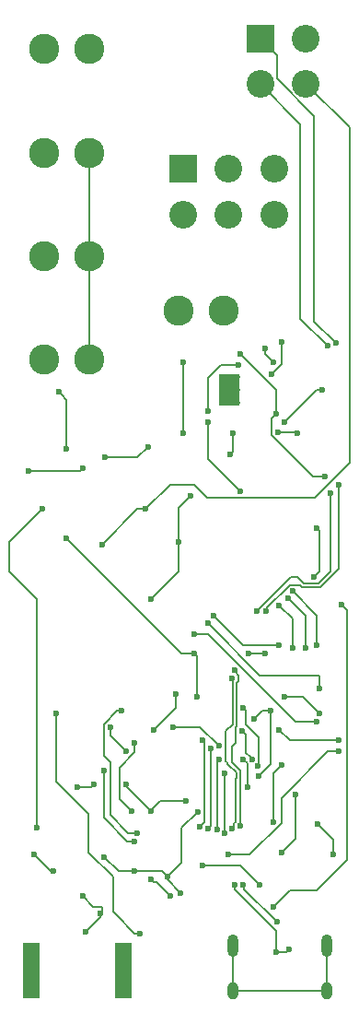
<source format=gbr>
%TF.GenerationSoftware,KiCad,Pcbnew,9.0.1*%
%TF.CreationDate,2025-07-21T15:53:40-04:00*%
%TF.ProjectId,wrangler,7772616e-676c-4657-922e-6b696361645f,rev?*%
%TF.SameCoordinates,Original*%
%TF.FileFunction,Copper,L2,Bot*%
%TF.FilePolarity,Positive*%
%FSLAX46Y46*%
G04 Gerber Fmt 4.6, Leading zero omitted, Abs format (unit mm)*
G04 Created by KiCad (PCBNEW 9.0.1) date 2025-07-21 15:53:40*
%MOMM*%
%LPD*%
G01*
G04 APERTURE LIST*
%TA.AperFunction,ComponentPad*%
%ADD10C,2.775000*%
%TD*%
%TA.AperFunction,HeatsinkPad*%
%ADD11O,1.000000X2.100000*%
%TD*%
%TA.AperFunction,HeatsinkPad*%
%ADD12O,1.000000X1.600000*%
%TD*%
%TA.AperFunction,ComponentPad*%
%ADD13R,2.550000X2.550000*%
%TD*%
%TA.AperFunction,ComponentPad*%
%ADD14C,2.550000*%
%TD*%
%TA.AperFunction,HeatsinkPad*%
%ADD15C,0.500000*%
%TD*%
%TA.AperFunction,HeatsinkPad*%
%ADD16R,1.900000X2.900000*%
%TD*%
%TA.AperFunction,SMDPad,CuDef*%
%ADD17R,1.500000X5.080000*%
%TD*%
%TA.AperFunction,ViaPad*%
%ADD18C,0.600000*%
%TD*%
%TA.AperFunction,Conductor*%
%ADD19C,0.200000*%
%TD*%
G04 APERTURE END LIST*
D10*
%TO.P,J-LED1,1,1*%
%TO.N,GND*%
X186100000Y-62500000D03*
%TO.P,J-LED1,2,2*%
%TO.N,+5V*%
X181900000Y-62500000D03*
%TD*%
%TO.P,J-Trigger1,1,1*%
%TO.N,GND*%
X186100000Y-81500000D03*
%TO.P,J-Trigger1,2,2*%
%TO.N,GPIO5*%
X181900000Y-81500000D03*
%TD*%
%TO.P,J-BattLED1,1,1*%
%TO.N,GND*%
X186100000Y-91000000D03*
%TO.P,J-BattLED1,2,2*%
%TO.N,+5V*%
X181900000Y-91000000D03*
%TD*%
D11*
%TO.P,J1,S1,SHIELD*%
%TO.N,GND*%
X199290000Y-144820000D03*
D12*
X199290000Y-149000000D03*
D11*
X207930000Y-144820000D03*
D12*
X207930000Y-149000000D03*
%TD*%
D13*
%TO.P,J-Joystick1,1,1*%
%TO.N,GPIO1*%
X194700000Y-73500000D03*
D14*
%TO.P,J-Joystick1,2,2*%
%TO.N,GPIO2*%
X194700000Y-77700000D03*
%TO.P,J-Joystick1,3,3*%
%TO.N,GPIO3*%
X198900000Y-73500000D03*
%TO.P,J-Joystick1,4,4*%
%TO.N,GPIO4*%
X198900000Y-77700000D03*
%TO.P,J-Joystick1,5,5*%
%TO.N,unconnected-(J-Joystick1-Pad5)*%
X203100000Y-73500000D03*
%TO.P,J-Joystick1,6,6*%
%TO.N,GND*%
X203100000Y-77700000D03*
%TD*%
D10*
%TO.P,J-18650,1,1*%
%TO.N,-V_Batt*%
X194250000Y-86500000D03*
%TO.P,J-18650,2,2*%
%TO.N,+V_Batt*%
X198450000Y-86500000D03*
%TD*%
D15*
%TO.P,U2,9,EPAD*%
%TO.N,GND*%
X198275000Y-92600000D03*
X198275000Y-93800000D03*
X198275000Y-95000000D03*
D16*
X198975000Y-93800000D03*
D15*
X199675000Y-92600000D03*
X199675000Y-93800000D03*
X199675000Y-95000000D03*
%TD*%
D13*
%TO.P,J-PowerSwitch1,1,1*%
%TO.N,HighSwitch*%
X201800000Y-61500000D03*
D14*
%TO.P,J-PowerSwitch1,2,2*%
%TO.N,LowSwitch*%
X201800000Y-65700000D03*
%TO.P,J-PowerSwitch1,3,3*%
%TO.N,unconnected-(J-PowerSwitch1-Pad3)*%
X206000000Y-61500000D03*
%TO.P,J-PowerSwitch1,4,4*%
%TO.N,+5.3V*%
X206000000Y-65700000D03*
%TD*%
D10*
%TO.P,J-Spare1,1,1*%
%TO.N,GND*%
X186100000Y-72000000D03*
%TO.P,J-Spare1,2,2*%
%TO.N,GPIO6*%
X181900000Y-72000000D03*
%TD*%
D17*
%TO.P,J2,2,Ext*%
%TO.N,GND*%
X189250000Y-147137500D03*
X180750000Y-147137500D03*
%TD*%
D18*
%TO.N,CE*%
X183000000Y-123500000D03*
X190750000Y-143750000D03*
%TO.N,HighSwitch*%
X208750000Y-89500000D03*
X209000000Y-102500000D03*
%TO.N,LowSwitch*%
X208000000Y-89750000D03*
X208300000Y-103250000D03*
%TO.N,HighSwitch*%
X202340904Y-114115544D03*
%TO.N,LowSwitch*%
X201500000Y-114115544D03*
%TO.N,+5V*%
X184000000Y-107450000D03*
X201650000Y-129250000D03*
X201250000Y-124000000D03*
X202750000Y-123250000D03*
X195750000Y-118000000D03*
X196000000Y-122000000D03*
X207250000Y-123500000D03*
X204050000Y-122000000D03*
X202250000Y-118000000D03*
X200750000Y-118000000D03*
%TO.N,Net-(U5-ANT)*%
X182750000Y-138000000D03*
X181000000Y-136500000D03*
%TO.N,+3.3V*%
X181250000Y-134000000D03*
X181750000Y-104750000D03*
X194500000Y-140000000D03*
%TO.N,Net-(D1-A)*%
X191750000Y-113000000D03*
%TO.N,GND*%
X196500000Y-137500000D03*
X192000000Y-125000000D03*
X208500000Y-136500000D03*
X180500000Y-101250000D03*
X207058997Y-133636461D03*
X187500000Y-100000000D03*
X185500000Y-101000000D03*
X206750000Y-111000000D03*
X209000000Y-126000000D03*
X207000000Y-106500000D03*
X191500000Y-99000000D03*
X203500000Y-125000000D03*
X194000000Y-121750000D03*
X189250000Y-147137500D03*
X186500000Y-130000000D03*
X180750000Y-147137500D03*
X185000000Y-130250000D03*
X201750000Y-139250000D03*
%TO.N,Vusb*%
X197000000Y-96750000D03*
X200000000Y-103100000D03*
X199750000Y-91500000D03*
X197000000Y-95750000D03*
X209250000Y-113500000D03*
X203000000Y-141250000D03*
%TO.N,VDD_PA*%
X190000000Y-132500000D03*
X190250000Y-126250000D03*
%TO.N,+3.3V*%
X190250000Y-138000000D03*
X187463235Y-136713235D03*
X193250000Y-138500000D03*
X196031700Y-132531700D03*
%TO.N,Net-(U4-XC1)*%
X191750000Y-132500000D03*
X189449998Y-130000000D03*
X194948952Y-131587217D03*
%TO.N,Net-(J2-In)*%
X185700735Y-143549265D03*
X187065000Y-141882042D03*
X185500000Y-140301000D03*
%TO.N,+5.3V*%
X187250000Y-108000000D03*
X191250000Y-104750000D03*
%TO.N,+5V*%
X184000000Y-99250000D03*
X183250000Y-94000000D03*
%TO.N,Net-(U3-XTAL1)*%
X203750000Y-136250000D03*
X205000000Y-131000000D03*
%TO.N,Net-(D1-A)*%
X195350000Y-103500000D03*
X194250000Y-107750000D03*
%TO.N,+V_Batt*%
X207750000Y-101750000D03*
X200000000Y-90500000D03*
X203250000Y-96000000D03*
%TO.N,-V_Batt*%
X194750000Y-91250000D03*
X194750000Y-97750000D03*
%TO.N,GPIO4*%
X204750000Y-112250000D03*
X207000000Y-117250000D03*
%TO.N,GPIO2*%
X203500000Y-113565544D03*
X204750000Y-117500000D03*
%TO.N,GPIO3*%
X204392228Y-112965544D03*
X206000000Y-117500000D03*
%TO.N,GPIO1*%
X203500000Y-117250000D03*
X197500000Y-114500000D03*
%TO.N,GPIO6*%
X207250000Y-121250000D03*
X197000000Y-115250000D03*
%TO.N,GPIO5*%
X207000000Y-124250000D03*
X195750000Y-116250000D03*
%TO.N,D-*%
X200250000Y-139250000D03*
X199450735Y-119549265D03*
X200000000Y-133850000D03*
X203315629Y-142680000D03*
%TO.N,D+*%
X203260000Y-145434669D03*
X199233736Y-134079879D03*
X199450007Y-139246120D03*
X204460000Y-145200735D03*
X199230425Y-120318334D03*
%TO.N,Net-(U4-ANT2)*%
X190265000Y-135264705D03*
X187400000Y-128783528D03*
X189500000Y-127000000D03*
X188000000Y-124750000D03*
%TO.N,Net-(U4-ANT1)*%
X190500000Y-134500000D03*
X189000000Y-123250000D03*
%TO.N,Net-(U2-~{STDBY})*%
X202250000Y-90000000D03*
X203000000Y-91250000D03*
%TO.N,Net-(U2-~{CHRG})*%
X202868050Y-92317816D03*
X203750000Y-89400000D03*
%TO.N,Net-(U4-IREF)*%
X191750000Y-138750000D03*
X193500000Y-140250000D03*
%TO.N,CE*%
X198850007Y-136500000D03*
X209000000Y-127000000D03*
%TO.N,Net-(U8-GND)*%
X205250000Y-97750000D03*
X203425735Y-97675735D03*
%TO.N,Net-(U8-CS)*%
X199000000Y-99750000D03*
X204000000Y-96750000D03*
X199250000Y-97750000D03*
X207500000Y-93750000D03*
%TO.N,Net-(U3-~{RESET})*%
X200600000Y-130250000D03*
X200250000Y-127750000D03*
%TO.N,Net-(U3-PB7)*%
X193750000Y-124750000D03*
X198000000Y-126500000D03*
%TO.N,CSN*%
X201600000Y-128361741D03*
X198536966Y-134519485D03*
X198500000Y-129000000D03*
X200251000Y-123000000D03*
%TO.N,IRQ*%
X203000000Y-133500000D03*
X203750000Y-128250000D03*
%TO.N,MOSI*%
X197034244Y-134057267D03*
X197232700Y-126750000D03*
%TO.N,SCK*%
X198001000Y-127750000D03*
X197829260Y-134146449D03*
X201086257Y-127748498D03*
X200100000Y-125080882D03*
%TO.N,MISO*%
X196250000Y-133899265D03*
X196500000Y-126000000D03*
%TD*%
D19*
%TO.N,CE*%
X186000000Y-132750000D02*
X183000000Y-129750000D01*
X190250000Y-143750000D02*
X188500000Y-142000000D01*
X188250000Y-138500000D02*
X186000000Y-136250000D01*
X190750000Y-143750000D02*
X190250000Y-143750000D01*
X186000000Y-136250000D02*
X186000000Y-132750000D01*
X188500000Y-142000000D02*
X188250000Y-141750000D01*
X183000000Y-129750000D02*
X183000000Y-123500000D01*
X188250000Y-141750000D02*
X188250000Y-138500000D01*
%TO.N,HighSwitch*%
X209000000Y-110246388D02*
X209000000Y-102500000D01*
X207344388Y-111902000D02*
X209000000Y-110246388D01*
X202340904Y-113879864D02*
X204521768Y-111699000D01*
X206750000Y-68608090D02*
X203326000Y-65184090D01*
X202340904Y-114115544D02*
X202340904Y-113879864D01*
X205655612Y-111902000D02*
X207344388Y-111902000D01*
X205452611Y-111699000D02*
X205655612Y-111902000D01*
X204521768Y-111699000D02*
X205452611Y-111699000D01*
X208750000Y-89500000D02*
X206750000Y-87500000D01*
X206750000Y-87500000D02*
X206750000Y-68608090D01*
X203326000Y-65184090D02*
X203326000Y-63026000D01*
X203326000Y-63026000D02*
X201800000Y-61500000D01*
%TO.N,LowSwitch*%
X208250000Y-110500000D02*
X208250000Y-103300000D01*
X204615544Y-111000000D02*
X205250000Y-111000000D01*
X207199000Y-111551000D02*
X208250000Y-110500000D01*
X208250000Y-103300000D02*
X208300000Y-103250000D01*
X201500000Y-114115544D02*
X204615544Y-111000000D01*
X205250000Y-111000000D02*
X205801000Y-111551000D01*
X205801000Y-111551000D02*
X207199000Y-111551000D01*
X205500000Y-69400000D02*
X201800000Y-65700000D01*
X208000000Y-89750000D02*
X205500000Y-87250000D01*
X205500000Y-87250000D02*
X205500000Y-69400000D01*
%TO.N,GND*%
X206750000Y-111000000D02*
X207250000Y-110500000D01*
X207250000Y-110500000D02*
X207250000Y-106750000D01*
X207250000Y-106750000D02*
X207000000Y-106500000D01*
%TO.N,+5V*%
X184000000Y-107450000D02*
X194550000Y-118000000D01*
X194550000Y-118000000D02*
X195750000Y-118000000D01*
X201650000Y-129250000D02*
X202750000Y-128150000D01*
X202750000Y-128150000D02*
X202750000Y-123250000D01*
X202000000Y-123250000D02*
X201250000Y-124000000D01*
X202750000Y-123250000D02*
X202000000Y-123250000D01*
%TO.N,CSN*%
X201600000Y-128361741D02*
X201687257Y-128274484D01*
X201687257Y-128274484D02*
X201687257Y-125687257D01*
X201687257Y-125687257D02*
X200500000Y-124500000D01*
X200500000Y-124500000D02*
X200500000Y-123249000D01*
X200500000Y-123249000D02*
X200251000Y-123000000D01*
%TO.N,+5V*%
X196000000Y-118250000D02*
X195750000Y-118000000D01*
X196000000Y-122000000D02*
X196000000Y-118250000D01*
X205750000Y-122000000D02*
X207250000Y-123500000D01*
X204050000Y-122000000D02*
X205750000Y-122000000D01*
X200750000Y-118000000D02*
X202250000Y-118000000D01*
%TO.N,Net-(U5-ANT)*%
X182500000Y-138000000D02*
X182750000Y-138000000D01*
X181000000Y-136500000D02*
X182500000Y-138000000D01*
%TO.N,+3.3V*%
X178750000Y-110500000D02*
X181250000Y-113000000D01*
X181250000Y-113000000D02*
X181250000Y-134000000D01*
X181750000Y-104750000D02*
X178750000Y-107750000D01*
X178750000Y-107750000D02*
X178750000Y-110500000D01*
X194500000Y-140000000D02*
X193250000Y-138750000D01*
X193250000Y-138750000D02*
X193250000Y-138500000D01*
%TO.N,Net-(D1-A)*%
X194250000Y-110500000D02*
X194250000Y-107750000D01*
X191750000Y-113000000D02*
X194250000Y-110500000D01*
%TO.N,GND*%
X185500000Y-101000000D02*
X185250000Y-101250000D01*
X186100000Y-91000000D02*
X186100000Y-81500000D01*
X199290000Y-149000000D02*
X207930000Y-149000000D01*
X190500000Y-100000000D02*
X191500000Y-99000000D01*
X192000000Y-125000000D02*
X194000000Y-123000000D01*
X199290000Y-144820000D02*
X199290000Y-149000000D01*
X194000000Y-123000000D02*
X194000000Y-121750000D01*
X186250000Y-130250000D02*
X185000000Y-130250000D01*
X203500000Y-125000000D02*
X204500000Y-126000000D01*
X207930000Y-149000000D02*
X207930000Y-144820000D01*
X208500000Y-135077464D02*
X208500000Y-136500000D01*
X196500000Y-137500000D02*
X200000000Y-137500000D01*
X200000000Y-137500000D02*
X201750000Y-139250000D01*
X186500000Y-130000000D02*
X186250000Y-130250000D01*
X204500000Y-126000000D02*
X209000000Y-126000000D01*
X186100000Y-81500000D02*
X186100000Y-72000000D01*
X187500000Y-100000000D02*
X190500000Y-100000000D01*
X207058997Y-133636461D02*
X208500000Y-135077464D01*
X185250000Y-101250000D02*
X180500000Y-101250000D01*
%TO.N,Vusb*%
X209250000Y-113500000D02*
X209750000Y-114000000D01*
X197000000Y-100100000D02*
X197000000Y-96750000D01*
X207000000Y-139750000D02*
X204500000Y-139750000D01*
X197000000Y-95750000D02*
X197000000Y-92650057D01*
X209750000Y-137000000D02*
X207000000Y-139750000D01*
X204500000Y-139750000D02*
X203000000Y-141250000D01*
X200000000Y-103100000D02*
X197000000Y-100100000D01*
X209750000Y-114000000D02*
X209750000Y-137000000D01*
X198150057Y-91500000D02*
X199750000Y-91500000D01*
X197000000Y-92650057D02*
X198150057Y-91500000D01*
%TO.N,VDD_PA*%
X190000000Y-132500000D02*
X188848998Y-131348998D01*
X188848998Y-128500945D02*
X190250000Y-127099943D01*
X188848998Y-131348998D02*
X188848998Y-128500945D01*
X190250000Y-127099943D02*
X190250000Y-126250000D01*
%TO.N,+3.3V*%
X193250000Y-138500000D02*
X192750000Y-138000000D01*
X194530233Y-134033167D02*
X194530233Y-137219767D01*
X188750000Y-138000000D02*
X190250000Y-138000000D01*
X194530233Y-137219767D02*
X193250000Y-138500000D01*
X187463235Y-136713235D02*
X188750000Y-138000000D01*
X192750000Y-138000000D02*
X190250000Y-138000000D01*
X196031700Y-132531700D02*
X194530233Y-134033167D01*
%TO.N,Net-(U4-XC1)*%
X194948952Y-131587217D02*
X192562840Y-131587217D01*
X189449998Y-130000000D02*
X189449998Y-130199998D01*
X192562840Y-131587217D02*
X191750000Y-132400057D01*
X191750000Y-132400057D02*
X191750000Y-132500000D01*
X189449998Y-130199998D02*
X191750000Y-132500000D01*
%TO.N,Net-(J2-In)*%
X185700735Y-143549265D02*
X187065000Y-142185000D01*
X185500000Y-140301000D02*
X186449000Y-141250000D01*
X186449000Y-141250000D02*
X187250000Y-141250000D01*
X187250000Y-141697042D02*
X187065000Y-141882042D01*
X187250000Y-141250000D02*
X187250000Y-141697042D01*
X187065000Y-142185000D02*
X187065000Y-141882042D01*
%TO.N,+5.3V*%
X210000000Y-69700000D02*
X206000000Y-65700000D01*
X190500000Y-104750000D02*
X187250000Y-108000000D01*
X193500000Y-102500000D02*
X195750000Y-102500000D01*
X196951000Y-103701000D02*
X206799000Y-103701000D01*
X206799000Y-103701000D02*
X210000000Y-100500000D01*
X191250000Y-104750000D02*
X190500000Y-104750000D01*
X191250000Y-104750000D02*
X193500000Y-102500000D01*
X195750000Y-102500000D02*
X196951000Y-103701000D01*
X210000000Y-100500000D02*
X210000000Y-69700000D01*
%TO.N,+5V*%
X184000000Y-99250000D02*
X184000000Y-94750000D01*
X183500000Y-94250000D02*
X183250000Y-94000000D01*
X184000000Y-94750000D02*
X183500000Y-94250000D01*
%TO.N,Net-(U3-XTAL1)*%
X205000000Y-131000000D02*
X205000000Y-135000000D01*
X205000000Y-135000000D02*
X203750000Y-136250000D01*
%TO.N,Net-(D1-A)*%
X195350000Y-103500000D02*
X194250000Y-104600000D01*
X194250000Y-104600000D02*
X194250000Y-107750000D01*
%TO.N,+V_Batt*%
X202824735Y-96425265D02*
X203250000Y-96000000D01*
X207750000Y-101750000D02*
X206650057Y-101750000D01*
X203250000Y-93750000D02*
X203250000Y-96000000D01*
X206650057Y-101750000D02*
X202824735Y-97924678D01*
X202824735Y-97924678D02*
X202824735Y-96425265D01*
X200000000Y-90500000D02*
X203250000Y-93750000D01*
%TO.N,-V_Batt*%
X194750000Y-91250000D02*
X194750000Y-97750000D01*
%TO.N,GPIO4*%
X207000000Y-114500000D02*
X207000000Y-117250000D01*
X204750000Y-112250000D02*
X207000000Y-114500000D01*
%TO.N,GPIO2*%
X204750000Y-114815544D02*
X204750000Y-117500000D01*
X203500000Y-113565544D02*
X204750000Y-114815544D01*
%TO.N,GPIO3*%
X204392228Y-112965544D02*
X206000000Y-114573316D01*
X206000000Y-114573316D02*
X206000000Y-117500000D01*
%TO.N,GPIO1*%
X200250000Y-117250000D02*
X203500000Y-117250000D01*
X197500000Y-114500000D02*
X200250000Y-117250000D01*
%TO.N,GPIO6*%
X201750000Y-120000000D02*
X207250000Y-120000000D01*
X197000000Y-115250000D02*
X201750000Y-120000000D01*
X207250000Y-120000000D02*
X207250000Y-121250000D01*
%TO.N,GPIO5*%
X205000000Y-124250000D02*
X207000000Y-124250000D01*
X197000000Y-116250000D02*
X205000000Y-124250000D01*
X195750000Y-116250000D02*
X197000000Y-116250000D01*
%TO.N,D-*%
X199200000Y-127975000D02*
X199200000Y-126550000D01*
X199831425Y-120069391D02*
X199500000Y-119737966D01*
X199500000Y-126250000D02*
X199500000Y-124817100D01*
X200325735Y-139690106D02*
X203315629Y-142680000D01*
X200325735Y-139674265D02*
X200325735Y-139325735D01*
X199200000Y-126550000D02*
X199500000Y-126250000D01*
X199831425Y-120567277D02*
X199831425Y-120069391D01*
X199651000Y-124666100D02*
X199651000Y-120747702D01*
X200000000Y-133850000D02*
X200000000Y-128775000D01*
X200325735Y-139674265D02*
X200325735Y-139690106D01*
X200000000Y-128775000D02*
X199200000Y-127975000D01*
X199500000Y-119737966D02*
X199500000Y-119598530D01*
X199500000Y-119598530D02*
X199450735Y-119549265D01*
X199500000Y-124817100D02*
X199651000Y-124666100D01*
X199651000Y-120747702D02*
X199831425Y-120567277D01*
X200325735Y-139325735D02*
X200250000Y-139250000D01*
%TO.N,D+*%
X198601000Y-125149000D02*
X198601000Y-127899000D01*
X198799000Y-128049000D02*
X198799000Y-128141100D01*
X199399000Y-133914615D02*
X199233736Y-134079879D01*
X199450007Y-139700007D02*
X203260000Y-143510000D01*
X204226066Y-145434669D02*
X204460000Y-145200735D01*
X198649000Y-127899000D02*
X198799000Y-128049000D01*
X199399000Y-133601057D02*
X199399000Y-133914615D01*
X199230425Y-120318334D02*
X199250000Y-120337909D01*
X199500000Y-133500057D02*
X199399000Y-133601057D01*
X199599000Y-129401000D02*
X199500000Y-129500000D01*
X199500000Y-129500000D02*
X199500000Y-133500057D01*
X199450007Y-139246120D02*
X199450007Y-139700007D01*
X199250000Y-124500000D02*
X198601000Y-125149000D01*
X198799000Y-128141100D02*
X199599000Y-128941100D01*
X199599000Y-128941100D02*
X199599000Y-129401000D01*
X198601000Y-127899000D02*
X198649000Y-127899000D01*
X199250000Y-120337909D02*
X199250000Y-124500000D01*
X203260000Y-143510000D02*
X203260000Y-145434669D01*
X203260000Y-145434669D02*
X204226066Y-145434669D01*
%TO.N,Net-(U4-ANT2)*%
X188000000Y-124750000D02*
X188000000Y-125500000D01*
X190265000Y-135264705D02*
X189579762Y-135264705D01*
X189579762Y-135264705D02*
X187400000Y-133084943D01*
X187400000Y-133084943D02*
X187400000Y-128783528D01*
X188000000Y-125500000D02*
X189500000Y-127000000D01*
%TO.N,Net-(U4-ANT1)*%
X187399000Y-124501057D02*
X188650057Y-123250000D01*
X190500000Y-134500000D02*
X189665000Y-134500000D01*
X187399000Y-127399000D02*
X187399000Y-124501057D01*
X189665000Y-134500000D02*
X188000000Y-132835000D01*
X188650057Y-123250000D02*
X189000000Y-123250000D01*
X188000000Y-128000000D02*
X187399000Y-127399000D01*
X188000000Y-132835000D02*
X188000000Y-128000000D01*
%TO.N,Net-(U2-~{STDBY})*%
X202250000Y-90500000D02*
X203000000Y-91250000D01*
X202250000Y-90000000D02*
X202250000Y-90500000D01*
%TO.N,Net-(U2-~{CHRG})*%
X203750000Y-89400000D02*
X203750000Y-91435866D01*
X203750000Y-91435866D02*
X202868050Y-92317816D01*
%TO.N,Net-(U4-IREF)*%
X192250000Y-139000000D02*
X193500000Y-140250000D01*
X192000000Y-139000000D02*
X192250000Y-139000000D01*
X191750000Y-138750000D02*
X192000000Y-139000000D01*
%TO.N,CE*%
X203761182Y-131263820D02*
X208025002Y-127000000D01*
X203761182Y-133588761D02*
X203761182Y-131263820D01*
X208025002Y-127000000D02*
X209000000Y-127000000D01*
X198850007Y-136500000D02*
X200849943Y-136500000D01*
X200849943Y-136500000D02*
X203761182Y-133588761D01*
%TO.N,Net-(U8-GND)*%
X205175735Y-97675735D02*
X205250000Y-97750000D01*
X203425735Y-97675735D02*
X205175735Y-97675735D01*
%TO.N,Net-(U8-CS)*%
X199250000Y-99500000D02*
X199250000Y-97750000D01*
X207000000Y-93750000D02*
X207500000Y-93750000D01*
X199000000Y-99750000D02*
X199250000Y-99500000D01*
X204000000Y-96750000D02*
X207000000Y-93750000D01*
%TO.N,Net-(U3-~{RESET})*%
X200600000Y-128100000D02*
X200600000Y-130250000D01*
X200250000Y-127750000D02*
X200600000Y-128100000D01*
%TO.N,Net-(U3-PB7)*%
X196250000Y-124750000D02*
X198000000Y-126500000D01*
X193750000Y-124750000D02*
X196250000Y-124750000D01*
%TO.N,CSN*%
X198536966Y-129036966D02*
X198500000Y-129000000D01*
X198536966Y-134519485D02*
X198536966Y-129036966D01*
%TO.N,IRQ*%
X203000000Y-129000000D02*
X203750000Y-128250000D01*
X203000000Y-133500000D02*
X203000000Y-129000000D01*
%TO.N,MOSI*%
X197232700Y-133858811D02*
X197232700Y-126750000D01*
X197034244Y-134057267D02*
X197232700Y-133858811D01*
%TO.N,SCK*%
X200500000Y-127150057D02*
X200851000Y-127501057D01*
X200100000Y-125080882D02*
X200500000Y-125480882D01*
X197829260Y-134146449D02*
X197829260Y-127921740D01*
X197829260Y-127921740D02*
X198001000Y-127750000D01*
X200851000Y-127501057D02*
X200851000Y-127513241D01*
X200851000Y-127513241D02*
X201086257Y-127748498D01*
X200500000Y-125480882D02*
X200500000Y-127150057D01*
%TO.N,MISO*%
X196250000Y-133899265D02*
X196632700Y-133516565D01*
X196632700Y-133516565D02*
X196632700Y-126132700D01*
X196632700Y-126132700D02*
X196500000Y-126000000D01*
%TD*%
M02*

</source>
